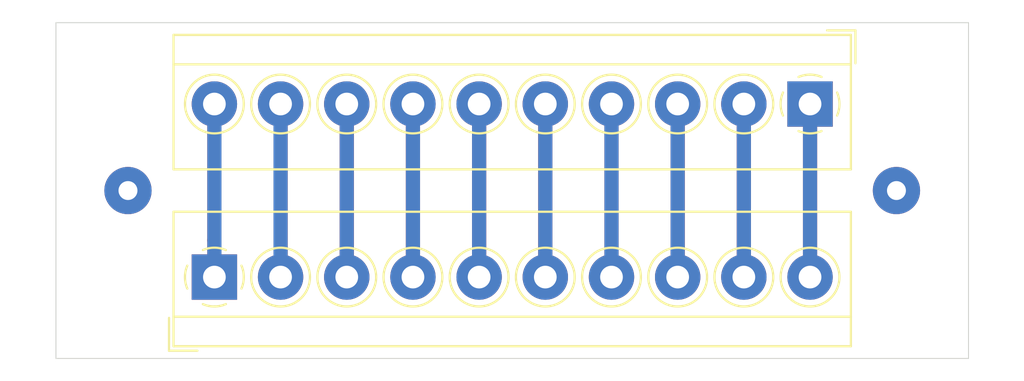
<source format=kicad_pcb>
(kicad_pcb (version 20171130) (host pcbnew 5.1.5-52549c5~86~ubuntu18.04.1)

  (general
    (thickness 1.6)
    (drawings 4)
    (tracks 22)
    (zones 0)
    (modules 8)
    (nets 12)
  )

  (page A4)
  (title_block
    (title "B03 Screw to screw terminal")
    (company Galopago)
  )

  (layers
    (0 F.Cu signal)
    (31 B.Cu signal)
    (32 B.Adhes user)
    (33 F.Adhes user)
    (34 B.Paste user)
    (35 F.Paste user)
    (36 B.SilkS user)
    (37 F.SilkS user)
    (38 B.Mask user)
    (39 F.Mask user)
    (40 Dwgs.User user)
    (41 Cmts.User user)
    (42 Eco1.User user)
    (43 Eco2.User user)
    (44 Edge.Cuts user)
    (45 Margin user)
    (46 B.CrtYd user)
    (47 F.CrtYd user)
    (48 B.Fab user)
    (49 F.Fab user)
  )

  (setup
    (last_trace_width 0.75)
    (trace_clearance 0.2)
    (zone_clearance 0.508)
    (zone_45_only no)
    (trace_min 0.2)
    (via_size 0.8)
    (via_drill 0.4)
    (via_min_size 0.4)
    (via_min_drill 0.3)
    (uvia_size 0.3)
    (uvia_drill 0.1)
    (uvias_allowed no)
    (uvia_min_size 0.2)
    (uvia_min_drill 0.1)
    (edge_width 0.05)
    (segment_width 0.2)
    (pcb_text_width 0.3)
    (pcb_text_size 1.5 1.5)
    (mod_edge_width 0.12)
    (mod_text_size 1 1)
    (mod_text_width 0.15)
    (pad_size 3 3)
    (pad_drill 3)
    (pad_to_mask_clearance 0.051)
    (solder_mask_min_width 0.25)
    (aux_axis_origin 0 0)
    (visible_elements FFFFFF7F)
    (pcbplotparams
      (layerselection 0x010fc_ffffffff)
      (usegerberextensions false)
      (usegerberattributes false)
      (usegerberadvancedattributes false)
      (creategerberjobfile false)
      (excludeedgelayer true)
      (linewidth 0.100000)
      (plotframeref false)
      (viasonmask false)
      (mode 1)
      (useauxorigin false)
      (hpglpennumber 1)
      (hpglpenspeed 20)
      (hpglpendiameter 15.000000)
      (psnegative false)
      (psa4output false)
      (plotreference true)
      (plotvalue true)
      (plotinvisibletext false)
      (padsonsilk false)
      (subtractmaskfromsilk false)
      (outputformat 1)
      (mirror false)
      (drillshape 1)
      (scaleselection 1)
      (outputdirectory ""))
  )

  (net 0 "")
  (net 1 "Net-(J0-Pad1)")
  (net 2 "Net-(J2-Pad10)")
  (net 3 "Net-(J2-Pad9)")
  (net 4 "Net-(J2-Pad8)")
  (net 5 "Net-(J2-Pad7)")
  (net 6 "Net-(J2-Pad6)")
  (net 7 "Net-(J2-Pad5)")
  (net 8 "Net-(J2-Pad4)")
  (net 9 "Net-(J2-Pad3)")
  (net 10 "Net-(J2-Pad2)")
  (net 11 "Net-(J2-Pad1)")

  (net_class Default "This is the default net class."
    (clearance 0.2)
    (trace_width 0.75)
    (via_dia 0.8)
    (via_drill 0.4)
    (uvia_dia 0.3)
    (uvia_drill 0.1)
    (add_net "Net-(J0-Pad1)")
    (add_net "Net-(J2-Pad1)")
    (add_net "Net-(J2-Pad10)")
    (add_net "Net-(J2-Pad2)")
    (add_net "Net-(J2-Pad3)")
    (add_net "Net-(J2-Pad4)")
    (add_net "Net-(J2-Pad5)")
    (add_net "Net-(J2-Pad6)")
    (add_net "Net-(J2-Pad7)")
    (add_net "Net-(J2-Pad8)")
    (add_net "Net-(J2-Pad9)")
  )

  (module TerminalBlock_4Ucon:TerminalBlock_4Ucon_1x10_P3.50mm_Horizontal (layer F.Cu) (tedit 5B294E97) (tstamp 5F555BB2)
    (at 59.88 24.3078 180)
    (descr "Terminal Block 4Ucon ItemNo. 10687, 10 pins, pitch 3.5mm, size 35.7x7mm^2, drill diamater 1.2mm, pad diameter 2.4mm, see http://www.4uconnector.com/online/object/4udrawing/10687.pdf, script-generated using https://github.com/pointhi/kicad-footprint-generator/scripts/TerminalBlock_4Ucon")
    (tags "THT Terminal Block 4Ucon ItemNo. 10687 pitch 3.5mm size 35.7x7mm^2 drill 1.2mm pad 2.4mm")
    (path /5F57361F)
    (fp_text reference J3 (at 15.75 -4.46) (layer F.SilkS) hide
      (effects (font (size 1 1) (thickness 0.15)))
    )
    (fp_text value Conn_01x10_Female (at 15.75 4.66) (layer F.Fab)
      (effects (font (size 1 1) (thickness 0.15)))
    )
    (fp_text user %R (at 15.75 2.9) (layer F.Fab)
      (effects (font (size 1 1) (thickness 0.15)))
    )
    (fp_line (start 34.1 -3.9) (end -2.6 -3.9) (layer F.CrtYd) (width 0.05))
    (fp_line (start 34.1 4.1) (end 34.1 -3.9) (layer F.CrtYd) (width 0.05))
    (fp_line (start -2.6 4.1) (end 34.1 4.1) (layer F.CrtYd) (width 0.05))
    (fp_line (start -2.6 -3.9) (end -2.6 4.1) (layer F.CrtYd) (width 0.05))
    (fp_line (start -2.4 3.9) (end -0.9 3.9) (layer F.SilkS) (width 0.12))
    (fp_line (start -2.4 2.16) (end -2.4 3.9) (layer F.SilkS) (width 0.12))
    (fp_line (start 30.4 0.069) (end 30.4 -0.069) (layer F.Fab) (width 0.1))
    (fp_line (start 31.431 0.069) (end 30.4 0.069) (layer F.Fab) (width 0.1))
    (fp_line (start 31.431 1.1) (end 31.431 0.069) (layer F.Fab) (width 0.1))
    (fp_line (start 31.569 1.1) (end 31.431 1.1) (layer F.Fab) (width 0.1))
    (fp_line (start 31.569 0.069) (end 31.569 1.1) (layer F.Fab) (width 0.1))
    (fp_line (start 32.6 0.069) (end 31.569 0.069) (layer F.Fab) (width 0.1))
    (fp_line (start 32.6 -0.069) (end 32.6 0.069) (layer F.Fab) (width 0.1))
    (fp_line (start 31.569 -0.069) (end 32.6 -0.069) (layer F.Fab) (width 0.1))
    (fp_line (start 31.569 -1.1) (end 31.569 -0.069) (layer F.Fab) (width 0.1))
    (fp_line (start 31.431 -1.1) (end 31.569 -1.1) (layer F.Fab) (width 0.1))
    (fp_line (start 31.431 -0.069) (end 31.431 -1.1) (layer F.Fab) (width 0.1))
    (fp_line (start 30.4 -0.069) (end 31.431 -0.069) (layer F.Fab) (width 0.1))
    (fp_line (start 26.9 0.069) (end 26.9 -0.069) (layer F.Fab) (width 0.1))
    (fp_line (start 27.931 0.069) (end 26.9 0.069) (layer F.Fab) (width 0.1))
    (fp_line (start 27.931 1.1) (end 27.931 0.069) (layer F.Fab) (width 0.1))
    (fp_line (start 28.069 1.1) (end 27.931 1.1) (layer F.Fab) (width 0.1))
    (fp_line (start 28.069 0.069) (end 28.069 1.1) (layer F.Fab) (width 0.1))
    (fp_line (start 29.1 0.069) (end 28.069 0.069) (layer F.Fab) (width 0.1))
    (fp_line (start 29.1 -0.069) (end 29.1 0.069) (layer F.Fab) (width 0.1))
    (fp_line (start 28.069 -0.069) (end 29.1 -0.069) (layer F.Fab) (width 0.1))
    (fp_line (start 28.069 -1.1) (end 28.069 -0.069) (layer F.Fab) (width 0.1))
    (fp_line (start 27.931 -1.1) (end 28.069 -1.1) (layer F.Fab) (width 0.1))
    (fp_line (start 27.931 -0.069) (end 27.931 -1.1) (layer F.Fab) (width 0.1))
    (fp_line (start 26.9 -0.069) (end 27.931 -0.069) (layer F.Fab) (width 0.1))
    (fp_line (start 23.4 0.069) (end 23.4 -0.069) (layer F.Fab) (width 0.1))
    (fp_line (start 24.431 0.069) (end 23.4 0.069) (layer F.Fab) (width 0.1))
    (fp_line (start 24.431 1.1) (end 24.431 0.069) (layer F.Fab) (width 0.1))
    (fp_line (start 24.569 1.1) (end 24.431 1.1) (layer F.Fab) (width 0.1))
    (fp_line (start 24.569 0.069) (end 24.569 1.1) (layer F.Fab) (width 0.1))
    (fp_line (start 25.6 0.069) (end 24.569 0.069) (layer F.Fab) (width 0.1))
    (fp_line (start 25.6 -0.069) (end 25.6 0.069) (layer F.Fab) (width 0.1))
    (fp_line (start 24.569 -0.069) (end 25.6 -0.069) (layer F.Fab) (width 0.1))
    (fp_line (start 24.569 -1.1) (end 24.569 -0.069) (layer F.Fab) (width 0.1))
    (fp_line (start 24.431 -1.1) (end 24.569 -1.1) (layer F.Fab) (width 0.1))
    (fp_line (start 24.431 -0.069) (end 24.431 -1.1) (layer F.Fab) (width 0.1))
    (fp_line (start 23.4 -0.069) (end 24.431 -0.069) (layer F.Fab) (width 0.1))
    (fp_line (start 19.9 0.069) (end 19.9 -0.069) (layer F.Fab) (width 0.1))
    (fp_line (start 20.931 0.069) (end 19.9 0.069) (layer F.Fab) (width 0.1))
    (fp_line (start 20.931 1.1) (end 20.931 0.069) (layer F.Fab) (width 0.1))
    (fp_line (start 21.069 1.1) (end 20.931 1.1) (layer F.Fab) (width 0.1))
    (fp_line (start 21.069 0.069) (end 21.069 1.1) (layer F.Fab) (width 0.1))
    (fp_line (start 22.1 0.069) (end 21.069 0.069) (layer F.Fab) (width 0.1))
    (fp_line (start 22.1 -0.069) (end 22.1 0.069) (layer F.Fab) (width 0.1))
    (fp_line (start 21.069 -0.069) (end 22.1 -0.069) (layer F.Fab) (width 0.1))
    (fp_line (start 21.069 -1.1) (end 21.069 -0.069) (layer F.Fab) (width 0.1))
    (fp_line (start 20.931 -1.1) (end 21.069 -1.1) (layer F.Fab) (width 0.1))
    (fp_line (start 20.931 -0.069) (end 20.931 -1.1) (layer F.Fab) (width 0.1))
    (fp_line (start 19.9 -0.069) (end 20.931 -0.069) (layer F.Fab) (width 0.1))
    (fp_line (start 16.4 0.069) (end 16.4 -0.069) (layer F.Fab) (width 0.1))
    (fp_line (start 17.431 0.069) (end 16.4 0.069) (layer F.Fab) (width 0.1))
    (fp_line (start 17.431 1.1) (end 17.431 0.069) (layer F.Fab) (width 0.1))
    (fp_line (start 17.569 1.1) (end 17.431 1.1) (layer F.Fab) (width 0.1))
    (fp_line (start 17.569 0.069) (end 17.569 1.1) (layer F.Fab) (width 0.1))
    (fp_line (start 18.6 0.069) (end 17.569 0.069) (layer F.Fab) (width 0.1))
    (fp_line (start 18.6 -0.069) (end 18.6 0.069) (layer F.Fab) (width 0.1))
    (fp_line (start 17.569 -0.069) (end 18.6 -0.069) (layer F.Fab) (width 0.1))
    (fp_line (start 17.569 -1.1) (end 17.569 -0.069) (layer F.Fab) (width 0.1))
    (fp_line (start 17.431 -1.1) (end 17.569 -1.1) (layer F.Fab) (width 0.1))
    (fp_line (start 17.431 -0.069) (end 17.431 -1.1) (layer F.Fab) (width 0.1))
    (fp_line (start 16.4 -0.069) (end 17.431 -0.069) (layer F.Fab) (width 0.1))
    (fp_line (start 12.9 0.069) (end 12.9 -0.069) (layer F.Fab) (width 0.1))
    (fp_line (start 13.931 0.069) (end 12.9 0.069) (layer F.Fab) (width 0.1))
    (fp_line (start 13.931 1.1) (end 13.931 0.069) (layer F.Fab) (width 0.1))
    (fp_line (start 14.069 1.1) (end 13.931 1.1) (layer F.Fab) (width 0.1))
    (fp_line (start 14.069 0.069) (end 14.069 1.1) (layer F.Fab) (width 0.1))
    (fp_line (start 15.1 0.069) (end 14.069 0.069) (layer F.Fab) (width 0.1))
    (fp_line (start 15.1 -0.069) (end 15.1 0.069) (layer F.Fab) (width 0.1))
    (fp_line (start 14.069 -0.069) (end 15.1 -0.069) (layer F.Fab) (width 0.1))
    (fp_line (start 14.069 -1.1) (end 14.069 -0.069) (layer F.Fab) (width 0.1))
    (fp_line (start 13.931 -1.1) (end 14.069 -1.1) (layer F.Fab) (width 0.1))
    (fp_line (start 13.931 -0.069) (end 13.931 -1.1) (layer F.Fab) (width 0.1))
    (fp_line (start 12.9 -0.069) (end 13.931 -0.069) (layer F.Fab) (width 0.1))
    (fp_line (start 9.4 0.069) (end 9.4 -0.069) (layer F.Fab) (width 0.1))
    (fp_line (start 10.431 0.069) (end 9.4 0.069) (layer F.Fab) (width 0.1))
    (fp_line (start 10.431 1.1) (end 10.431 0.069) (layer F.Fab) (width 0.1))
    (fp_line (start 10.569 1.1) (end 10.431 1.1) (layer F.Fab) (width 0.1))
    (fp_line (start 10.569 0.069) (end 10.569 1.1) (layer F.Fab) (width 0.1))
    (fp_line (start 11.6 0.069) (end 10.569 0.069) (layer F.Fab) (width 0.1))
    (fp_line (start 11.6 -0.069) (end 11.6 0.069) (layer F.Fab) (width 0.1))
    (fp_line (start 10.569 -0.069) (end 11.6 -0.069) (layer F.Fab) (width 0.1))
    (fp_line (start 10.569 -1.1) (end 10.569 -0.069) (layer F.Fab) (width 0.1))
    (fp_line (start 10.431 -1.1) (end 10.569 -1.1) (layer F.Fab) (width 0.1))
    (fp_line (start 10.431 -0.069) (end 10.431 -1.1) (layer F.Fab) (width 0.1))
    (fp_line (start 9.4 -0.069) (end 10.431 -0.069) (layer F.Fab) (width 0.1))
    (fp_line (start 5.9 0.069) (end 5.9 -0.069) (layer F.Fab) (width 0.1))
    (fp_line (start 6.931 0.069) (end 5.9 0.069) (layer F.Fab) (width 0.1))
    (fp_line (start 6.931 1.1) (end 6.931 0.069) (layer F.Fab) (width 0.1))
    (fp_line (start 7.069 1.1) (end 6.931 1.1) (layer F.Fab) (width 0.1))
    (fp_line (start 7.069 0.069) (end 7.069 1.1) (layer F.Fab) (width 0.1))
    (fp_line (start 8.1 0.069) (end 7.069 0.069) (layer F.Fab) (width 0.1))
    (fp_line (start 8.1 -0.069) (end 8.1 0.069) (layer F.Fab) (width 0.1))
    (fp_line (start 7.069 -0.069) (end 8.1 -0.069) (layer F.Fab) (width 0.1))
    (fp_line (start 7.069 -1.1) (end 7.069 -0.069) (layer F.Fab) (width 0.1))
    (fp_line (start 6.931 -1.1) (end 7.069 -1.1) (layer F.Fab) (width 0.1))
    (fp_line (start 6.931 -0.069) (end 6.931 -1.1) (layer F.Fab) (width 0.1))
    (fp_line (start 5.9 -0.069) (end 6.931 -0.069) (layer F.Fab) (width 0.1))
    (fp_line (start 2.4 0.069) (end 2.4 -0.069) (layer F.Fab) (width 0.1))
    (fp_line (start 3.431 0.069) (end 2.4 0.069) (layer F.Fab) (width 0.1))
    (fp_line (start 3.431 1.1) (end 3.431 0.069) (layer F.Fab) (width 0.1))
    (fp_line (start 3.569 1.1) (end 3.431 1.1) (layer F.Fab) (width 0.1))
    (fp_line (start 3.569 0.069) (end 3.569 1.1) (layer F.Fab) (width 0.1))
    (fp_line (start 4.6 0.069) (end 3.569 0.069) (layer F.Fab) (width 0.1))
    (fp_line (start 4.6 -0.069) (end 4.6 0.069) (layer F.Fab) (width 0.1))
    (fp_line (start 3.569 -0.069) (end 4.6 -0.069) (layer F.Fab) (width 0.1))
    (fp_line (start 3.569 -1.1) (end 3.569 -0.069) (layer F.Fab) (width 0.1))
    (fp_line (start 3.431 -1.1) (end 3.569 -1.1) (layer F.Fab) (width 0.1))
    (fp_line (start 3.431 -0.069) (end 3.431 -1.1) (layer F.Fab) (width 0.1))
    (fp_line (start 2.4 -0.069) (end 3.431 -0.069) (layer F.Fab) (width 0.1))
    (fp_line (start -1.1 0.069) (end -1.1 -0.069) (layer F.Fab) (width 0.1))
    (fp_line (start -0.069 0.069) (end -1.1 0.069) (layer F.Fab) (width 0.1))
    (fp_line (start -0.069 1.1) (end -0.069 0.069) (layer F.Fab) (width 0.1))
    (fp_line (start 0.069 1.1) (end -0.069 1.1) (layer F.Fab) (width 0.1))
    (fp_line (start 0.069 0.069) (end 0.069 1.1) (layer F.Fab) (width 0.1))
    (fp_line (start 1.1 0.069) (end 0.069 0.069) (layer F.Fab) (width 0.1))
    (fp_line (start 1.1 -0.069) (end 1.1 0.069) (layer F.Fab) (width 0.1))
    (fp_line (start 0.069 -0.069) (end 1.1 -0.069) (layer F.Fab) (width 0.1))
    (fp_line (start 0.069 -1.1) (end 0.069 -0.069) (layer F.Fab) (width 0.1))
    (fp_line (start -0.069 -1.1) (end 0.069 -1.1) (layer F.Fab) (width 0.1))
    (fp_line (start -0.069 -0.069) (end -0.069 -1.1) (layer F.Fab) (width 0.1))
    (fp_line (start -1.1 -0.069) (end -0.069 -0.069) (layer F.Fab) (width 0.1))
    (fp_line (start 33.66 -3.46) (end 33.66 3.66) (layer F.SilkS) (width 0.12))
    (fp_line (start -2.16 -3.46) (end -2.16 3.66) (layer F.SilkS) (width 0.12))
    (fp_line (start -2.16 3.66) (end 33.66 3.66) (layer F.SilkS) (width 0.12))
    (fp_line (start -2.16 -3.46) (end 33.66 -3.46) (layer F.SilkS) (width 0.12))
    (fp_line (start -2.16 2.1) (end 33.66 2.1) (layer F.SilkS) (width 0.12))
    (fp_line (start -2.1 2.1) (end 33.6 2.1) (layer F.Fab) (width 0.1))
    (fp_line (start -2.1 2.1) (end -2.1 -3.4) (layer F.Fab) (width 0.1))
    (fp_line (start -0.6 3.6) (end -2.1 2.1) (layer F.Fab) (width 0.1))
    (fp_line (start 33.6 3.6) (end -0.6 3.6) (layer F.Fab) (width 0.1))
    (fp_line (start 33.6 -3.4) (end 33.6 3.6) (layer F.Fab) (width 0.1))
    (fp_line (start -2.1 -3.4) (end 33.6 -3.4) (layer F.Fab) (width 0.1))
    (fp_circle (center 31.5 0) (end 33.055 0) (layer F.SilkS) (width 0.12))
    (fp_circle (center 31.5 0) (end 32.875 0) (layer F.Fab) (width 0.1))
    (fp_circle (center 28 0) (end 29.555 0) (layer F.SilkS) (width 0.12))
    (fp_circle (center 28 0) (end 29.375 0) (layer F.Fab) (width 0.1))
    (fp_circle (center 24.5 0) (end 26.055 0) (layer F.SilkS) (width 0.12))
    (fp_circle (center 24.5 0) (end 25.875 0) (layer F.Fab) (width 0.1))
    (fp_circle (center 21 0) (end 22.555 0) (layer F.SilkS) (width 0.12))
    (fp_circle (center 21 0) (end 22.375 0) (layer F.Fab) (width 0.1))
    (fp_circle (center 17.5 0) (end 19.055 0) (layer F.SilkS) (width 0.12))
    (fp_circle (center 17.5 0) (end 18.875 0) (layer F.Fab) (width 0.1))
    (fp_circle (center 14 0) (end 15.555 0) (layer F.SilkS) (width 0.12))
    (fp_circle (center 14 0) (end 15.375 0) (layer F.Fab) (width 0.1))
    (fp_circle (center 10.5 0) (end 12.055 0) (layer F.SilkS) (width 0.12))
    (fp_circle (center 10.5 0) (end 11.875 0) (layer F.Fab) (width 0.1))
    (fp_circle (center 7 0) (end 8.555 0) (layer F.SilkS) (width 0.12))
    (fp_circle (center 7 0) (end 8.375 0) (layer F.Fab) (width 0.1))
    (fp_circle (center 3.5 0) (end 5.055 0) (layer F.SilkS) (width 0.12))
    (fp_circle (center 3.5 0) (end 4.875 0) (layer F.Fab) (width 0.1))
    (fp_circle (center 0 0) (end 1.375 0) (layer F.Fab) (width 0.1))
    (fp_arc (start 0 0) (end -0.608 1.432) (angle -24) (layer F.SilkS) (width 0.12))
    (fp_arc (start 0 0) (end -1.432 -0.608) (angle -46) (layer F.SilkS) (width 0.12))
    (fp_arc (start 0 0) (end 0.608 -1.432) (angle -46) (layer F.SilkS) (width 0.12))
    (fp_arc (start 0 0) (end 1.432 0.608) (angle -46) (layer F.SilkS) (width 0.12))
    (fp_arc (start 0 0) (end 0 1.555) (angle -23) (layer F.SilkS) (width 0.12))
    (pad 10 thru_hole circle (at 31.5 0 180) (size 2.4 2.4) (drill 1.2) (layers *.Cu *.Mask)
      (net 11 "Net-(J2-Pad1)"))
    (pad 9 thru_hole circle (at 28 0 180) (size 2.4 2.4) (drill 1.2) (layers *.Cu *.Mask)
      (net 10 "Net-(J2-Pad2)"))
    (pad 8 thru_hole circle (at 24.5 0 180) (size 2.4 2.4) (drill 1.2) (layers *.Cu *.Mask)
      (net 9 "Net-(J2-Pad3)"))
    (pad 7 thru_hole circle (at 21 0 180) (size 2.4 2.4) (drill 1.2) (layers *.Cu *.Mask)
      (net 8 "Net-(J2-Pad4)"))
    (pad 6 thru_hole circle (at 17.5 0 180) (size 2.4 2.4) (drill 1.2) (layers *.Cu *.Mask)
      (net 7 "Net-(J2-Pad5)"))
    (pad 5 thru_hole circle (at 14 0 180) (size 2.4 2.4) (drill 1.2) (layers *.Cu *.Mask)
      (net 6 "Net-(J2-Pad6)"))
    (pad 4 thru_hole circle (at 10.5 0 180) (size 2.4 2.4) (drill 1.2) (layers *.Cu *.Mask)
      (net 5 "Net-(J2-Pad7)"))
    (pad 3 thru_hole circle (at 7 0 180) (size 2.4 2.4) (drill 1.2) (layers *.Cu *.Mask)
      (net 4 "Net-(J2-Pad8)"))
    (pad 2 thru_hole circle (at 3.5 0 180) (size 2.4 2.4) (drill 1.2) (layers *.Cu *.Mask)
      (net 3 "Net-(J2-Pad9)"))
    (pad 1 thru_hole rect (at 0 0 180) (size 2.4 2.4) (drill 1.2) (layers *.Cu *.Mask)
      (net 2 "Net-(J2-Pad10)"))
    (model ${KISYS3DMOD}/TerminalBlock_4Ucon.3dshapes/TerminalBlock_4Ucon_1x10_P3.50mm_Horizontal.wrl
      (at (xyz 0 0 0))
      (scale (xyz 1 1 1))
      (rotate (xyz 0 0 0))
    )
  )

  (module TerminalBlock_4Ucon:TerminalBlock_4Ucon_1x10_P3.50mm_Horizontal (layer F.Cu) (tedit 5B294E97) (tstamp 5F554928)
    (at 28.38 33.4722)
    (descr "Terminal Block 4Ucon ItemNo. 10687, 10 pins, pitch 3.5mm, size 35.7x7mm^2, drill diamater 1.2mm, pad diameter 2.4mm, see http://www.4uconnector.com/online/object/4udrawing/10687.pdf, script-generated using https://github.com/pointhi/kicad-footprint-generator/scripts/TerminalBlock_4Ucon")
    (tags "THT Terminal Block 4Ucon ItemNo. 10687 pitch 3.5mm size 35.7x7mm^2 drill 1.2mm pad 2.4mm")
    (path /5F56D256)
    (fp_text reference J2 (at 15.75 -4.46) (layer F.SilkS) hide
      (effects (font (size 1 1) (thickness 0.15)))
    )
    (fp_text value Conn_01x10_Female (at 15.75 4.66) (layer F.Fab)
      (effects (font (size 1 1) (thickness 0.15)))
    )
    (fp_text user %R (at 15.75 2.9) (layer F.Fab)
      (effects (font (size 1 1) (thickness 0.15)))
    )
    (fp_line (start 34.1 -3.9) (end -2.6 -3.9) (layer F.CrtYd) (width 0.05))
    (fp_line (start 34.1 4.1) (end 34.1 -3.9) (layer F.CrtYd) (width 0.05))
    (fp_line (start -2.6 4.1) (end 34.1 4.1) (layer F.CrtYd) (width 0.05))
    (fp_line (start -2.6 -3.9) (end -2.6 4.1) (layer F.CrtYd) (width 0.05))
    (fp_line (start -2.4 3.9) (end -0.9 3.9) (layer F.SilkS) (width 0.12))
    (fp_line (start -2.4 2.16) (end -2.4 3.9) (layer F.SilkS) (width 0.12))
    (fp_line (start 30.4 0.069) (end 30.4 -0.069) (layer F.Fab) (width 0.1))
    (fp_line (start 31.431 0.069) (end 30.4 0.069) (layer F.Fab) (width 0.1))
    (fp_line (start 31.431 1.1) (end 31.431 0.069) (layer F.Fab) (width 0.1))
    (fp_line (start 31.569 1.1) (end 31.431 1.1) (layer F.Fab) (width 0.1))
    (fp_line (start 31.569 0.069) (end 31.569 1.1) (layer F.Fab) (width 0.1))
    (fp_line (start 32.6 0.069) (end 31.569 0.069) (layer F.Fab) (width 0.1))
    (fp_line (start 32.6 -0.069) (end 32.6 0.069) (layer F.Fab) (width 0.1))
    (fp_line (start 31.569 -0.069) (end 32.6 -0.069) (layer F.Fab) (width 0.1))
    (fp_line (start 31.569 -1.1) (end 31.569 -0.069) (layer F.Fab) (width 0.1))
    (fp_line (start 31.431 -1.1) (end 31.569 -1.1) (layer F.Fab) (width 0.1))
    (fp_line (start 31.431 -0.069) (end 31.431 -1.1) (layer F.Fab) (width 0.1))
    (fp_line (start 30.4 -0.069) (end 31.431 -0.069) (layer F.Fab) (width 0.1))
    (fp_line (start 26.9 0.069) (end 26.9 -0.069) (layer F.Fab) (width 0.1))
    (fp_line (start 27.931 0.069) (end 26.9 0.069) (layer F.Fab) (width 0.1))
    (fp_line (start 27.931 1.1) (end 27.931 0.069) (layer F.Fab) (width 0.1))
    (fp_line (start 28.069 1.1) (end 27.931 1.1) (layer F.Fab) (width 0.1))
    (fp_line (start 28.069 0.069) (end 28.069 1.1) (layer F.Fab) (width 0.1))
    (fp_line (start 29.1 0.069) (end 28.069 0.069) (layer F.Fab) (width 0.1))
    (fp_line (start 29.1 -0.069) (end 29.1 0.069) (layer F.Fab) (width 0.1))
    (fp_line (start 28.069 -0.069) (end 29.1 -0.069) (layer F.Fab) (width 0.1))
    (fp_line (start 28.069 -1.1) (end 28.069 -0.069) (layer F.Fab) (width 0.1))
    (fp_line (start 27.931 -1.1) (end 28.069 -1.1) (layer F.Fab) (width 0.1))
    (fp_line (start 27.931 -0.069) (end 27.931 -1.1) (layer F.Fab) (width 0.1))
    (fp_line (start 26.9 -0.069) (end 27.931 -0.069) (layer F.Fab) (width 0.1))
    (fp_line (start 23.4 0.069) (end 23.4 -0.069) (layer F.Fab) (width 0.1))
    (fp_line (start 24.431 0.069) (end 23.4 0.069) (layer F.Fab) (width 0.1))
    (fp_line (start 24.431 1.1) (end 24.431 0.069) (layer F.Fab) (width 0.1))
    (fp_line (start 24.569 1.1) (end 24.431 1.1) (layer F.Fab) (width 0.1))
    (fp_line (start 24.569 0.069) (end 24.569 1.1) (layer F.Fab) (width 0.1))
    (fp_line (start 25.6 0.069) (end 24.569 0.069) (layer F.Fab) (width 0.1))
    (fp_line (start 25.6 -0.069) (end 25.6 0.069) (layer F.Fab) (width 0.1))
    (fp_line (start 24.569 -0.069) (end 25.6 -0.069) (layer F.Fab) (width 0.1))
    (fp_line (start 24.569 -1.1) (end 24.569 -0.069) (layer F.Fab) (width 0.1))
    (fp_line (start 24.431 -1.1) (end 24.569 -1.1) (layer F.Fab) (width 0.1))
    (fp_line (start 24.431 -0.069) (end 24.431 -1.1) (layer F.Fab) (width 0.1))
    (fp_line (start 23.4 -0.069) (end 24.431 -0.069) (layer F.Fab) (width 0.1))
    (fp_line (start 19.9 0.069) (end 19.9 -0.069) (layer F.Fab) (width 0.1))
    (fp_line (start 20.931 0.069) (end 19.9 0.069) (layer F.Fab) (width 0.1))
    (fp_line (start 20.931 1.1) (end 20.931 0.069) (layer F.Fab) (width 0.1))
    (fp_line (start 21.069 1.1) (end 20.931 1.1) (layer F.Fab) (width 0.1))
    (fp_line (start 21.069 0.069) (end 21.069 1.1) (layer F.Fab) (width 0.1))
    (fp_line (start 22.1 0.069) (end 21.069 0.069) (layer F.Fab) (width 0.1))
    (fp_line (start 22.1 -0.069) (end 22.1 0.069) (layer F.Fab) (width 0.1))
    (fp_line (start 21.069 -0.069) (end 22.1 -0.069) (layer F.Fab) (width 0.1))
    (fp_line (start 21.069 -1.1) (end 21.069 -0.069) (layer F.Fab) (width 0.1))
    (fp_line (start 20.931 -1.1) (end 21.069 -1.1) (layer F.Fab) (width 0.1))
    (fp_line (start 20.931 -0.069) (end 20.931 -1.1) (layer F.Fab) (width 0.1))
    (fp_line (start 19.9 -0.069) (end 20.931 -0.069) (layer F.Fab) (width 0.1))
    (fp_line (start 16.4 0.069) (end 16.4 -0.069) (layer F.Fab) (width 0.1))
    (fp_line (start 17.431 0.069) (end 16.4 0.069) (layer F.Fab) (width 0.1))
    (fp_line (start 17.431 1.1) (end 17.431 0.069) (layer F.Fab) (width 0.1))
    (fp_line (start 17.569 1.1) (end 17.431 1.1) (layer F.Fab) (width 0.1))
    (fp_line (start 17.569 0.069) (end 17.569 1.1) (layer F.Fab) (width 0.1))
    (fp_line (start 18.6 0.069) (end 17.569 0.069) (layer F.Fab) (width 0.1))
    (fp_line (start 18.6 -0.069) (end 18.6 0.069) (layer F.Fab) (width 0.1))
    (fp_line (start 17.569 -0.069) (end 18.6 -0.069) (layer F.Fab) (width 0.1))
    (fp_line (start 17.569 -1.1) (end 17.569 -0.069) (layer F.Fab) (width 0.1))
    (fp_line (start 17.431 -1.1) (end 17.569 -1.1) (layer F.Fab) (width 0.1))
    (fp_line (start 17.431 -0.069) (end 17.431 -1.1) (layer F.Fab) (width 0.1))
    (fp_line (start 16.4 -0.069) (end 17.431 -0.069) (layer F.Fab) (width 0.1))
    (fp_line (start 12.9 0.069) (end 12.9 -0.069) (layer F.Fab) (width 0.1))
    (fp_line (start 13.931 0.069) (end 12.9 0.069) (layer F.Fab) (width 0.1))
    (fp_line (start 13.931 1.1) (end 13.931 0.069) (layer F.Fab) (width 0.1))
    (fp_line (start 14.069 1.1) (end 13.931 1.1) (layer F.Fab) (width 0.1))
    (fp_line (start 14.069 0.069) (end 14.069 1.1) (layer F.Fab) (width 0.1))
    (fp_line (start 15.1 0.069) (end 14.069 0.069) (layer F.Fab) (width 0.1))
    (fp_line (start 15.1 -0.069) (end 15.1 0.069) (layer F.Fab) (width 0.1))
    (fp_line (start 14.069 -0.069) (end 15.1 -0.069) (layer F.Fab) (width 0.1))
    (fp_line (start 14.069 -1.1) (end 14.069 -0.069) (layer F.Fab) (width 0.1))
    (fp_line (start 13.931 -1.1) (end 14.069 -1.1) (layer F.Fab) (width 0.1))
    (fp_line (start 13.931 -0.069) (end 13.931 -1.1) (layer F.Fab) (width 0.1))
    (fp_line (start 12.9 -0.069) (end 13.931 -0.069) (layer F.Fab) (width 0.1))
    (fp_line (start 9.4 0.069) (end 9.4 -0.069) (layer F.Fab) (width 0.1))
    (fp_line (start 10.431 0.069) (end 9.4 0.069) (layer F.Fab) (width 0.1))
    (fp_line (start 10.431 1.1) (end 10.431 0.069) (layer F.Fab) (width 0.1))
    (fp_line (start 10.569 1.1) (end 10.431 1.1) (layer F.Fab) (width 0.1))
    (fp_line (start 10.569 0.069) (end 10.569 1.1) (layer F.Fab) (width 0.1))
    (fp_line (start 11.6 0.069) (end 10.569 0.069) (layer F.Fab) (width 0.1))
    (fp_line (start 11.6 -0.069) (end 11.6 0.069) (layer F.Fab) (width 0.1))
    (fp_line (start 10.569 -0.069) (end 11.6 -0.069) (layer F.Fab) (width 0.1))
    (fp_line (start 10.569 -1.1) (end 10.569 -0.069) (layer F.Fab) (width 0.1))
    (fp_line (start 10.431 -1.1) (end 10.569 -1.1) (layer F.Fab) (width 0.1))
    (fp_line (start 10.431 -0.069) (end 10.431 -1.1) (layer F.Fab) (width 0.1))
    (fp_line (start 9.4 -0.069) (end 10.431 -0.069) (layer F.Fab) (width 0.1))
    (fp_line (start 5.9 0.069) (end 5.9 -0.069) (layer F.Fab) (width 0.1))
    (fp_line (start 6.931 0.069) (end 5.9 0.069) (layer F.Fab) (width 0.1))
    (fp_line (start 6.931 1.1) (end 6.931 0.069) (layer F.Fab) (width 0.1))
    (fp_line (start 7.069 1.1) (end 6.931 1.1) (layer F.Fab) (width 0.1))
    (fp_line (start 7.069 0.069) (end 7.069 1.1) (layer F.Fab) (width 0.1))
    (fp_line (start 8.1 0.069) (end 7.069 0.069) (layer F.Fab) (width 0.1))
    (fp_line (start 8.1 -0.069) (end 8.1 0.069) (layer F.Fab) (width 0.1))
    (fp_line (start 7.069 -0.069) (end 8.1 -0.069) (layer F.Fab) (width 0.1))
    (fp_line (start 7.069 -1.1) (end 7.069 -0.069) (layer F.Fab) (width 0.1))
    (fp_line (start 6.931 -1.1) (end 7.069 -1.1) (layer F.Fab) (width 0.1))
    (fp_line (start 6.931 -0.069) (end 6.931 -1.1) (layer F.Fab) (width 0.1))
    (fp_line (start 5.9 -0.069) (end 6.931 -0.069) (layer F.Fab) (width 0.1))
    (fp_line (start 2.4 0.069) (end 2.4 -0.069) (layer F.Fab) (width 0.1))
    (fp_line (start 3.431 0.069) (end 2.4 0.069) (layer F.Fab) (width 0.1))
    (fp_line (start 3.431 1.1) (end 3.431 0.069) (layer F.Fab) (width 0.1))
    (fp_line (start 3.569 1.1) (end 3.431 1.1) (layer F.Fab) (width 0.1))
    (fp_line (start 3.569 0.069) (end 3.569 1.1) (layer F.Fab) (width 0.1))
    (fp_line (start 4.6 0.069) (end 3.569 0.069) (layer F.Fab) (width 0.1))
    (fp_line (start 4.6 -0.069) (end 4.6 0.069) (layer F.Fab) (width 0.1))
    (fp_line (start 3.569 -0.069) (end 4.6 -0.069) (layer F.Fab) (width 0.1))
    (fp_line (start 3.569 -1.1) (end 3.569 -0.069) (layer F.Fab) (width 0.1))
    (fp_line (start 3.431 -1.1) (end 3.569 -1.1) (layer F.Fab) (width 0.1))
    (fp_line (start 3.431 -0.069) (end 3.431 -1.1) (layer F.Fab) (width 0.1))
    (fp_line (start 2.4 -0.069) (end 3.431 -0.069) (layer F.Fab) (width 0.1))
    (fp_line (start -1.1 0.069) (end -1.1 -0.069) (layer F.Fab) (width 0.1))
    (fp_line (start -0.069 0.069) (end -1.1 0.069) (layer F.Fab) (width 0.1))
    (fp_line (start -0.069 1.1) (end -0.069 0.069) (layer F.Fab) (width 0.1))
    (fp_line (start 0.069 1.1) (end -0.069 1.1) (layer F.Fab) (width 0.1))
    (fp_line (start 0.069 0.069) (end 0.069 1.1) (layer F.Fab) (width 0.1))
    (fp_line (start 1.1 0.069) (end 0.069 0.069) (layer F.Fab) (width 0.1))
    (fp_line (start 1.1 -0.069) (end 1.1 0.069) (layer F.Fab) (width 0.1))
    (fp_line (start 0.069 -0.069) (end 1.1 -0.069) (layer F.Fab) (width 0.1))
    (fp_line (start 0.069 -1.1) (end 0.069 -0.069) (layer F.Fab) (width 0.1))
    (fp_line (start -0.069 -1.1) (end 0.069 -1.1) (layer F.Fab) (width 0.1))
    (fp_line (start -0.069 -0.069) (end -0.069 -1.1) (layer F.Fab) (width 0.1))
    (fp_line (start -1.1 -0.069) (end -0.069 -0.069) (layer F.Fab) (width 0.1))
    (fp_line (start 33.66 -3.46) (end 33.66 3.66) (layer F.SilkS) (width 0.12))
    (fp_line (start -2.16 -3.46) (end -2.16 3.66) (layer F.SilkS) (width 0.12))
    (fp_line (start -2.16 3.66) (end 33.66 3.66) (layer F.SilkS) (width 0.12))
    (fp_line (start -2.16 -3.46) (end 33.66 -3.46) (layer F.SilkS) (width 0.12))
    (fp_line (start -2.16 2.1) (end 33.66 2.1) (layer F.SilkS) (width 0.12))
    (fp_line (start -2.1 2.1) (end 33.6 2.1) (layer F.Fab) (width 0.1))
    (fp_line (start -2.1 2.1) (end -2.1 -3.4) (layer F.Fab) (width 0.1))
    (fp_line (start -0.6 3.6) (end -2.1 2.1) (layer F.Fab) (width 0.1))
    (fp_line (start 33.6 3.6) (end -0.6 3.6) (layer F.Fab) (width 0.1))
    (fp_line (start 33.6 -3.4) (end 33.6 3.6) (layer F.Fab) (width 0.1))
    (fp_line (start -2.1 -3.4) (end 33.6 -3.4) (layer F.Fab) (width 0.1))
    (fp_circle (center 31.5 0) (end 33.055 0) (layer F.SilkS) (width 0.12))
    (fp_circle (center 31.5 0) (end 32.875 0) (layer F.Fab) (width 0.1))
    (fp_circle (center 28 0) (end 29.555 0) (layer F.SilkS) (width 0.12))
    (fp_circle (center 28 0) (end 29.375 0) (layer F.Fab) (width 0.1))
    (fp_circle (center 24.5 0) (end 26.055 0) (layer F.SilkS) (width 0.12))
    (fp_circle (center 24.5 0) (end 25.875 0) (layer F.Fab) (width 0.1))
    (fp_circle (center 21 0) (end 22.555 0) (layer F.SilkS) (width 0.12))
    (fp_circle (center 21 0) (end 22.375 0) (layer F.Fab) (width 0.1))
    (fp_circle (center 17.5 0) (end 19.055 0) (layer F.SilkS) (width 0.12))
    (fp_circle (center 17.5 0) (end 18.875 0) (layer F.Fab) (width 0.1))
    (fp_circle (center 14 0) (end 15.555 0) (layer F.SilkS) (width 0.12))
    (fp_circle (center 14 0) (end 15.375 0) (layer F.Fab) (width 0.1))
    (fp_circle (center 10.5 0) (end 12.055 0) (layer F.SilkS) (width 0.12))
    (fp_circle (center 10.5 0) (end 11.875 0) (layer F.Fab) (width 0.1))
    (fp_circle (center 7 0) (end 8.555 0) (layer F.SilkS) (width 0.12))
    (fp_circle (center 7 0) (end 8.375 0) (layer F.Fab) (width 0.1))
    (fp_circle (center 3.5 0) (end 5.055 0) (layer F.SilkS) (width 0.12))
    (fp_circle (center 3.5 0) (end 4.875 0) (layer F.Fab) (width 0.1))
    (fp_circle (center 0 0) (end 1.375 0) (layer F.Fab) (width 0.1))
    (fp_arc (start 0 0) (end -0.608 1.432) (angle -24) (layer F.SilkS) (width 0.12))
    (fp_arc (start 0 0) (end -1.432 -0.608) (angle -46) (layer F.SilkS) (width 0.12))
    (fp_arc (start 0 0) (end 0.608 -1.432) (angle -46) (layer F.SilkS) (width 0.12))
    (fp_arc (start 0 0) (end 1.432 0.608) (angle -46) (layer F.SilkS) (width 0.12))
    (fp_arc (start 0 0) (end 0 1.555) (angle -23) (layer F.SilkS) (width 0.12))
    (pad 10 thru_hole circle (at 31.5 0) (size 2.4 2.4) (drill 1.2) (layers *.Cu *.Mask)
      (net 2 "Net-(J2-Pad10)"))
    (pad 9 thru_hole circle (at 28 0) (size 2.4 2.4) (drill 1.2) (layers *.Cu *.Mask)
      (net 3 "Net-(J2-Pad9)"))
    (pad 8 thru_hole circle (at 24.5 0) (size 2.4 2.4) (drill 1.2) (layers *.Cu *.Mask)
      (net 4 "Net-(J2-Pad8)"))
    (pad 7 thru_hole circle (at 21 0) (size 2.4 2.4) (drill 1.2) (layers *.Cu *.Mask)
      (net 5 "Net-(J2-Pad7)"))
    (pad 6 thru_hole circle (at 17.5 0) (size 2.4 2.4) (drill 1.2) (layers *.Cu *.Mask)
      (net 6 "Net-(J2-Pad6)"))
    (pad 5 thru_hole circle (at 14 0) (size 2.4 2.4) (drill 1.2) (layers *.Cu *.Mask)
      (net 7 "Net-(J2-Pad5)"))
    (pad 4 thru_hole circle (at 10.5 0) (size 2.4 2.4) (drill 1.2) (layers *.Cu *.Mask)
      (net 8 "Net-(J2-Pad4)"))
    (pad 3 thru_hole circle (at 7 0) (size 2.4 2.4) (drill 1.2) (layers *.Cu *.Mask)
      (net 9 "Net-(J2-Pad3)"))
    (pad 2 thru_hole circle (at 3.5 0) (size 2.4 2.4) (drill 1.2) (layers *.Cu *.Mask)
      (net 10 "Net-(J2-Pad2)"))
    (pad 1 thru_hole rect (at 0 0) (size 2.4 2.4) (drill 1.2) (layers *.Cu *.Mask)
      (net 11 "Net-(J2-Pad1)"))
    (model ${KISYS3DMOD}/TerminalBlock_4Ucon.3dshapes/TerminalBlock_4Ucon_1x10_P3.50mm_Horizontal.wrl
      (at (xyz 0 0 0))
      (scale (xyz 1 1 1))
      (rotate (xyz 0 0 0))
    )
  )

  (module Connector_Wire:SolderWirePad_1x01_Drill1mm (layer F.Cu) (tedit 5AEE5EBE) (tstamp 5F35F15D)
    (at 64.45 28.89)
    (descr "Wire solder connection")
    (tags connector)
    (path /5F5DB1C6)
    (attr virtual)
    (fp_text reference J1 (at 0 -3.81) (layer F.SilkS) hide
      (effects (font (size 1 1) (thickness 0.15)))
    )
    (fp_text value Conn_01x01_Male (at 0 3.175) (layer F.Fab)
      (effects (font (size 1 1) (thickness 0.15)))
    )
    (fp_line (start 1.75 1.75) (end -1.75 1.75) (layer F.CrtYd) (width 0.05))
    (fp_line (start 1.75 1.75) (end 1.75 -1.75) (layer F.CrtYd) (width 0.05))
    (fp_line (start -1.75 -1.75) (end -1.75 1.75) (layer F.CrtYd) (width 0.05))
    (fp_line (start -1.75 -1.75) (end 1.75 -1.75) (layer F.CrtYd) (width 0.05))
    (fp_text user %R (at 0 0) (layer F.Fab)
      (effects (font (size 1 1) (thickness 0.15)))
    )
    (pad 1 thru_hole circle (at 0 0) (size 2.49936 2.49936) (drill 1.00076) (layers *.Cu *.Mask)
      (net 1 "Net-(J0-Pad1)"))
  )

  (module Connector_Wire:SolderWirePad_1x01_Drill1mm (layer F.Cu) (tedit 5AEE5EBE) (tstamp 5F35F153)
    (at 23.81 28.89)
    (descr "Wire solder connection")
    (tags connector)
    (path /5F5D91C6)
    (attr virtual)
    (fp_text reference J0 (at 0 -3.81) (layer F.SilkS) hide
      (effects (font (size 1 1) (thickness 0.15)))
    )
    (fp_text value Conn_01x01_Male (at 0 3.175) (layer F.Fab)
      (effects (font (size 1 1) (thickness 0.15)))
    )
    (fp_line (start 1.75 1.75) (end -1.75 1.75) (layer F.CrtYd) (width 0.05))
    (fp_line (start 1.75 1.75) (end 1.75 -1.75) (layer F.CrtYd) (width 0.05))
    (fp_line (start -1.75 -1.75) (end -1.75 1.75) (layer F.CrtYd) (width 0.05))
    (fp_line (start -1.75 -1.75) (end 1.75 -1.75) (layer F.CrtYd) (width 0.05))
    (fp_text user %R (at 0 0) (layer F.Fab)
      (effects (font (size 1 1) (thickness 0.15)))
    )
    (pad 1 thru_hole circle (at 0 0) (size 2.49936 2.49936) (drill 1.00076) (layers *.Cu *.Mask)
      (net 1 "Net-(J0-Pad1)"))
  )

  (module MountingHole:MountingHole_3mm (layer F.Cu) (tedit 56D1B4CB) (tstamp 5F35EB49)
    (at 64.45 33.97)
    (descr "Mounting Hole 3mm, no annular")
    (tags "mounting hole 3mm no annular")
    (path /5F336617)
    (attr virtual)
    (fp_text reference HB4 (at 0 -4) (layer F.SilkS) hide
      (effects (font (size 1 1) (thickness 0.15)))
    )
    (fp_text value MountingHole (at 0 4) (layer F.Fab)
      (effects (font (size 1 1) (thickness 0.15)))
    )
    (fp_circle (center 0 0) (end 3.25 0) (layer F.CrtYd) (width 0.05))
    (fp_circle (center 0 0) (end 3 0) (layer Cmts.User) (width 0.15))
    (fp_text user %R (at 0.3 0) (layer F.Fab)
      (effects (font (size 1 1) (thickness 0.15)))
    )
    (pad 1 np_thru_hole circle (at 0 0) (size 3 3) (drill 3) (layers *.Cu *.Mask))
  )

  (module MountingHole:MountingHole_3mm (layer F.Cu) (tedit 56D1B4CB) (tstamp 5F35EB29)
    (at 23.81 33.97)
    (descr "Mounting Hole 3mm, no annular")
    (tags "mounting hole 3mm no annular")
    (path /5F3277F5)
    (attr virtual)
    (fp_text reference HB0 (at 0 -4) (layer F.SilkS) hide
      (effects (font (size 1 1) (thickness 0.15)))
    )
    (fp_text value MountingHole (at 0 4) (layer F.Fab)
      (effects (font (size 1 1) (thickness 0.15)))
    )
    (fp_circle (center 0 0) (end 3.25 0) (layer F.CrtYd) (width 0.05))
    (fp_circle (center 0 0) (end 3 0) (layer Cmts.User) (width 0.15))
    (fp_text user %R (at 0.3 0) (layer F.Fab)
      (effects (font (size 1 1) (thickness 0.15)))
    )
    (pad 1 np_thru_hole circle (at 0 0) (size 3 3) (drill 3) (layers *.Cu *.Mask))
  )

  (module MountingHole:MountingHole_3mm (layer F.Cu) (tedit 56D1B4CB) (tstamp 5F35EAB9)
    (at 64.45 23.81)
    (descr "Mounting Hole 3mm, no annular")
    (tags "mounting hole 3mm no annular")
    (path /5F3255F6)
    (attr virtual)
    (fp_text reference HA4 (at 0 -4) (layer F.SilkS) hide
      (effects (font (size 1 1) (thickness 0.15)))
    )
    (fp_text value MountingHole (at 0 4) (layer F.Fab)
      (effects (font (size 1 1) (thickness 0.15)))
    )
    (fp_circle (center 0 0) (end 3.25 0) (layer F.CrtYd) (width 0.05))
    (fp_circle (center 0 0) (end 3 0) (layer Cmts.User) (width 0.15))
    (fp_text user %R (at 0.3 0) (layer F.Fab)
      (effects (font (size 1 1) (thickness 0.15)))
    )
    (pad 1 np_thru_hole circle (at 0 0) (size 3 3) (drill 3) (layers *.Cu *.Mask))
  )

  (module MountingHole:MountingHole_3mm (layer F.Cu) (tedit 56D1B4CB) (tstamp 5F35EAA1)
    (at 23.81 23.81)
    (descr "Mounting Hole 3mm, no annular")
    (tags "mounting hole 3mm no annular")
    (path /5F323A1B)
    (attr virtual)
    (fp_text reference HA0 (at 0 -4) (layer F.SilkS) hide
      (effects (font (size 1 1) (thickness 0.15)))
    )
    (fp_text value MountingHole (at 0 4) (layer F.Fab)
      (effects (font (size 1 1) (thickness 0.15)))
    )
    (fp_circle (center 0 0) (end 3.25 0) (layer F.CrtYd) (width 0.05))
    (fp_circle (center 0 0) (end 3 0) (layer Cmts.User) (width 0.15))
    (fp_text user %R (at 0.3 0) (layer F.Fab)
      (effects (font (size 1 1) (thickness 0.15)))
    )
    (pad 1 np_thru_hole circle (at 0 0) (size 3 3) (drill 3) (layers *.Cu *.Mask))
  )

  (gr_line (start 20 37.78) (end 68.26 37.78) (layer Edge.Cuts) (width 0.05))
  (gr_line (start 68.26 20) (end 68.26 37.78) (layer Edge.Cuts) (width 0.05))
  (gr_line (start 20 20) (end 68.26 20) (layer Edge.Cuts) (width 0.05))
  (gr_line (start 20 20) (end 20 37.78) (layer Edge.Cuts) (width 0.05))

  (segment (start 59.88 33.4722) (end 59.88 24.3078) (width 0.75) (layer F.Cu) (net 2))
  (segment (start 59.88 24.3078) (end 59.88 33.4722) (width 0.75) (layer B.Cu) (net 2))
  (segment (start 56.38 33.4722) (end 56.38 24.3078) (width 0.75) (layer F.Cu) (net 3))
  (segment (start 56.38 26.004856) (end 56.38 33.4722) (width 0.75) (layer B.Cu) (net 3))
  (segment (start 56.38 24.3078) (end 56.38 26.004856) (width 0.75) (layer B.Cu) (net 3))
  (segment (start 52.88 33.4722) (end 52.88 24.3078) (width 0.75) (layer F.Cu) (net 4))
  (segment (start 52.88 24.3078) (end 52.88 33.4722) (width 0.75) (layer B.Cu) (net 4))
  (segment (start 49.38 33.4722) (end 49.38 24.3078) (width 0.75) (layer F.Cu) (net 5))
  (segment (start 49.38 24.3078) (end 49.38 33.4722) (width 0.75) (layer B.Cu) (net 5))
  (segment (start 45.88 33.4722) (end 45.88 24.3078) (width 0.75) (layer F.Cu) (net 6))
  (segment (start 45.88 24.3078) (end 45.88 33.4722) (width 0.75) (layer B.Cu) (net 6))
  (segment (start 42.38 33.4722) (end 42.38 24.3078) (width 0.75) (layer F.Cu) (net 7))
  (segment (start 42.38 24.3078) (end 42.38 33.4722) (width 0.75) (layer B.Cu) (net 7))
  (segment (start 38.88 33.4722) (end 38.88 24.3078) (width 0.75) (layer F.Cu) (net 8))
  (segment (start 38.88 24.3078) (end 38.88 33.4722) (width 0.75) (layer B.Cu) (net 8))
  (segment (start 35.38 33.4722) (end 35.38 24.3078) (width 0.75) (layer F.Cu) (net 9))
  (segment (start 35.38 24.3078) (end 35.38 33.4722) (width 0.75) (layer B.Cu) (net 9))
  (segment (start 31.88 33.4722) (end 31.88 24.3078) (width 0.75) (layer F.Cu) (net 10))
  (segment (start 31.88 24.3078) (end 31.88 33.4722) (width 0.75) (layer B.Cu) (net 10))
  (segment (start 28.38 31.5222) (end 28.38 24.3078) (width 0.75) (layer F.Cu) (net 11))
  (segment (start 28.38 33.4722) (end 28.38 31.5222) (width 0.75) (layer F.Cu) (net 11))
  (segment (start 28.38 24.3078) (end 28.38 33.4722) (width 0.75) (layer B.Cu) (net 11))

)

</source>
